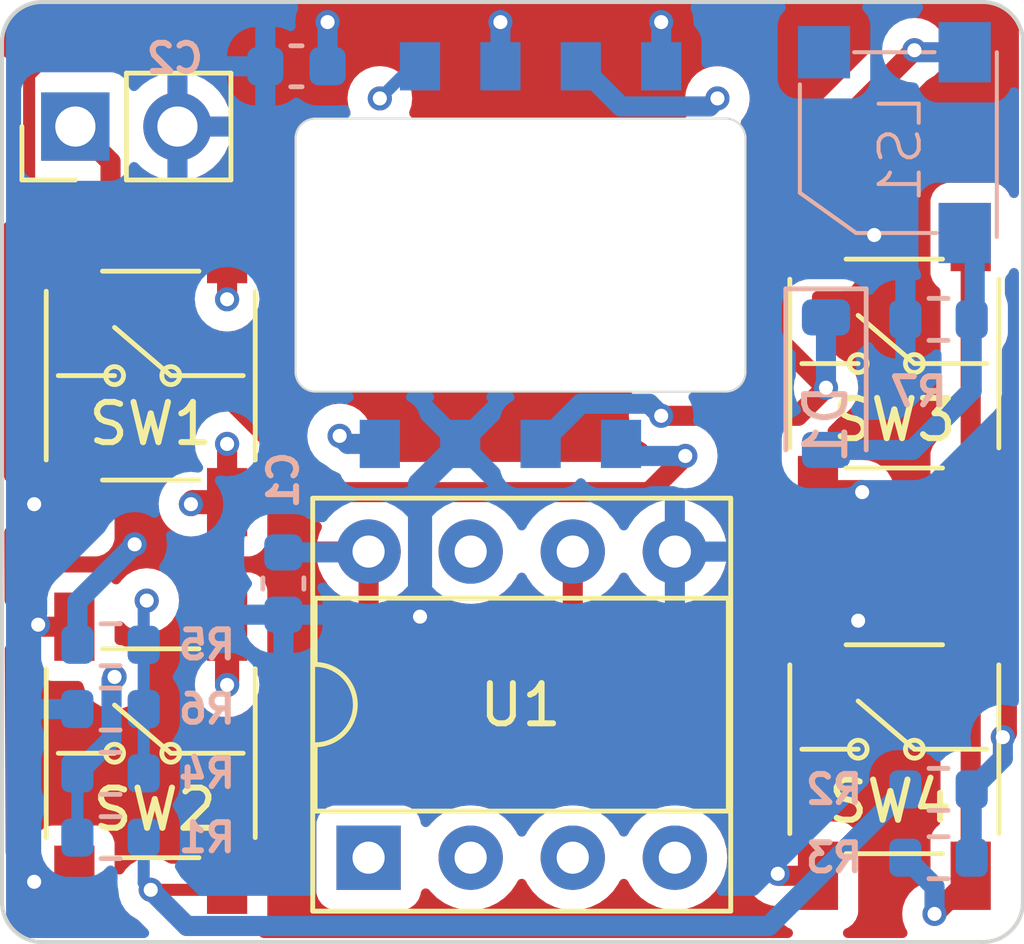
<source format=kicad_pcb>
(kicad_pcb (version 20221018) (generator pcbnew)
  (layers (0 "F.Cu" signal) (1 "In1.Cu" signal) (2 "In2.Cu" signal) (31 "B.Cu" signal) (34 "B.Paste" user) (35 "F.Paste" user) (36 "B.SilkS" user "B.Silkscreen") (37 "F.SilkS" user "F.Silkscreen") (38 "B.Mask" user) (39 "F.Mask" user) (44 "Edge.Cuts" user))
  (net 0 "")
  (net 1 "VCC")
  (net 2 "GND")
  (net 3 "ATTINY_PB1")
  (net 4 "Net-(D1-A)")
  (net 5 "ATTINY_PB0")
  (net 6 "ATTINY_PB3")
  (net 7 "ATTINY_PB2")
  (net 8 "VSYS")
  (net 9 "Net-(R1-Pad1)")
  (net 10 "Net-(R1-Pad2)")
  (net 11 "Net-(R2-Pad2)")
  (net 12 "Net-(R3-Pad2)")
  (footprint "components:TS18_TACTILE_SWITCH" (layer "F.Cu") (at 150.4 93.3 90)
    (fp_text reference "SW3" (at -1.4 0 unlocked) (layer "F.SilkS"))
    (fp_text value "SW_Push" hide)
    (fp_line (start -2.6 -1.2) (end -2.6 1.2) (stroke (width 0.12)) (layer "F.SilkS"))
    (fp_line (start -2.1 -2.6) (end 2.1 -2.6) (stroke (width 0.12)) (layer "F.SilkS"))
    (fp_line (start -2.1 2.6) (end 2.1 2.6) (stroke (width 0.12)) (layer "F.SilkS"))
    (fp_line (start 0 -2.3) (end 0 -0.9) (stroke (width 0.12)) (layer "F.SilkS"))
    (fp_line (start 0 0.5) (end 1.2 -0.9) (stroke (width 0.12)) (layer "F.SilkS"))
    (fp_line (start 0 2.3) (end 0 0.5) (stroke (width 0.12)) (layer "F.SilkS"))
    (fp_line (start 2.6 -1.2) (end 2.6 1.2) (stroke (width 0.12)) (layer "F.SilkS"))
    (fp_circle (center 0 -0.9) (end 0.1 -0.7) (stroke (width 0.12)) (fill none) (layer "F.SilkS"))
    (fp_circle (center 0 0.5) (end 0.1 0.7) (stroke (width 0.12)) (fill none) (layer "F.SilkS"))
    (pad "1" smd rect (at -3.15 -1.9 90) (size 1.7 1) (layers "F.Cu" "F.Paste" "F.Mask") (net 2 "GND"))
    (pad "1" smd rect (at 3.15 -1.9 90) (size 1.7 1) (layers "F.Cu" "F.Paste" "F.Mask") (net 2 "GND"))
    (pad "2" smd rect (at -3.15 1.9 90) (size 1.7 1) (layers "F.Cu" "F.Paste" "F.Mask") (net 11 "Net-(R2-Pad2)"))
    (pad "2" smd rect (at 3.15 1.9 90) (size 1.7 1) (layers "F.Cu" "F.Paste" "F.Mask") (net 11 "Net-(R2-Pad2)"))
  )
  (footprint "Connector_PinHeader_2.54mm:PinHeader_1x02_P2.54mm_Vertical" (layer "F.Cu") (at 130.025 87.4 90)
    (fp_text reference "J2" hide)
    (fp_text value "Conn_01x02" hide)
    (fp_line (start -1.33 -1.33) (end 0 -1.33) (stroke (width 0.12)) (layer "F.SilkS"))
    (fp_line (start -1.33 0) (end -1.33 -1.33) (stroke (width 0.12)) (layer "F.SilkS"))
    (fp_line (start -1.33 1.27) (end -1.33 3.87) (stroke (width 0.12)) (layer "F.SilkS"))
    (fp_line (start -1.33 1.27) (end 1.33 1.27) (stroke (width 0.12)) (layer "F.SilkS"))
    (fp_line (start -1.33 3.87) (end 1.33 3.87) (stroke (width 0.12)) (layer "F.SilkS"))
    (fp_line (start 1.33 1.27) (end 1.33 3.87) (stroke (width 0.12)) (layer "F.SilkS"))
    (pad "1" thru_hole rect (at 0 0 90) (size 1.7 1.7) (drill 1) (layers "*.Cu" "*.Mask") (net 8 "VSYS"))
    (pad "2" thru_hole oval (at 0 2.54 90) (size 1.7 1.7) (drill 1) (layers "*.Cu" "*.Mask") (net 2 "GND"))
  )
  (footprint "Package_DIP:DIP-8_W7.62mm_Socket" (layer "F.Cu") (at 137.32 105.6 90)
    (fp_text reference "U1" (at 3.8 3.78 180) (layer "F.SilkS"))
    (fp_text value "GPD340" hide)
    (fp_line (start -1.33 -1.39) (end -1.33 9.01) (stroke (width 0.12)) (layer "F.SilkS"))
    (fp_line (start -1.33 9.01) (end 8.95 9.01) (stroke (width 0.12)) (layer "F.SilkS"))
    (fp_line (start 1.16 -1.33) (end 1.16 8.95) (stroke (width 0.12)) (layer "F.SilkS"))
    (fp_line (start 1.16 8.95) (end 6.46 8.95) (stroke (width 0.12)) (layer "F.SilkS"))
    (fp_line (start 2.81 -1.33) (end 1.16 -1.33) (stroke (width 0.12)) (layer "F.SilkS"))
    (fp_line (start 6.46 -1.33) (end 4.81 -1.33) (stroke (width 0.12)) (layer "F.SilkS"))
    (fp_line (start 6.46 8.95) (end 6.46 -1.33) (stroke (width 0.12)) (layer "F.SilkS"))
    (fp_line (start 8.95 -1.39) (end -1.33 -1.39) (stroke (width 0.12)) (layer "F.SilkS"))
    (fp_line (start 8.95 9.01) (end 8.95 -1.39) (stroke (width 0.12)) (layer "F.SilkS"))
    (fp_arc (start 4.81 -1.33) (mid 3.81 -0.33) (end 2.81 -1.33) (stroke (width 0.12)) (layer "F.SilkS"))
    (pad "1" thru_hole rect (at 0 0 90) (size 1.6 1.6) (drill 0.8) (layers "*.Cu" "*.Mask") (net 6 "ATTINY_PB3"))
    (pad "2" thru_hole oval (at 0 2.54 90) (size 1.6 1.6) (drill 0.8) (layers "*.Cu" "*.Mask") (net 3 "ATTINY_PB1"))
    (pad "3" thru_hole oval (at 0 5.08 90) (size 1.6 1.6) (drill 0.8) (layers "*.Cu" "*.Mask") (net 7 "ATTINY_PB2"))
    (pad "4" thru_hole oval (at 0 7.62 90) (size 1.6 1.6) (drill 0.8) (layers "*.Cu" "*.Mask") (net 3 "ATTINY_PB1"))
    (pad "5" thru_hole oval (at 7.62 7.62 90) (size 1.6 1.6) (drill 0.8) (layers "*.Cu" "*.Mask") (net 2 "GND"))
    (pad "6" thru_hole oval (at 7.62 5.08 90) (size 1.6 1.6) (drill 0.8) (layers "*.Cu" "*.Mask") (net 1 "VCC"))
    (pad "7" thru_hole oval (at 7.62 2.54 90) (size 1.6 1.6) (drill 0.8) (layers "*.Cu" "*.Mask") (net 5 "ATTINY_PB0"))
    (pad "8" thru_hole oval (at 7.62 0 90) (size 1.6 1.6) (drill 0.8) (layers "*.Cu" "*.Mask") (net 1 "VCC"))
  )
  (footprint "components:TS18_TACTILE_SWITCH" (layer "F.Cu") (at 131.9 93.6 90)
    (fp_text reference "SW1" (at -1.2 0 unlocked) (layer "F.SilkS"))
    (fp_text value "SW_Push" hide)
    (fp_line (start -2.6 -1.2) (end -2.6 1.2) (stroke (width 0.12)) (layer "F.SilkS"))
    (fp_line (start -2.1 -2.6) (end 2.1 -2.6) (stroke (width 0.12)) (layer "F.SilkS"))
    (fp_line (start -2.1 2.6) (end 2.1 2.6) (stroke (width 0.12)) (layer "F.SilkS"))
    (fp_line (start 0 -2.3) (end 0 -0.9) (stroke (width 0.12)) (layer "F.SilkS"))
    (fp_line (start 0 0.5) (end 1.2 -0.9) (stroke (width 0.12)) (layer "F.SilkS"))
    (fp_line (start 0 2.3) (end 0 0.5) (stroke (width 0.12)) (layer "F.SilkS"))
    (fp_line (start 2.6 -1.2) (end 2.6 1.2) (stroke (width 0.12)) (layer "F.SilkS"))
    (fp_circle (center 0 -0.9) (end 0.1 -0.7) (stroke (width 0.12)) (fill none) (layer "F.SilkS"))
    (fp_circle (center 0 0.5) (end 0.1 0.7) (stroke (width 0.12)) (fill none) (layer "F.SilkS"))
    (pad "1" smd rect (at -3.15 -1.9 90) (size 1.7 1) (layers "F.Cu" "F.Paste" "F.Mask") (net 2 "GND"))
    (pad "1" smd rect (at 3.15 -1.9 90) (size 1.7 1) (layers "F.Cu" "F.Paste" "F.Mask") (net 2 "GND"))
    (pad "2" smd rect (at -3.15 1.9 90) (size 1.7 1) (layers "F.Cu" "F.Paste" "F.Mask") (net 9 "Net-(R1-Pad1)"))
    (pad "2" smd rect (at 3.15 1.9 90) (size 1.7 1) (layers "F.Cu" "F.Paste" "F.Mask") (net 9 "Net-(R1-Pad1)"))
  )
  (footprint "components:TS18_TACTILE_SWITCH" (layer "F.Cu") (at 131.9 103 90)
    (fp_text reference "SW2" (at -1.4 0.1 unlocked) (layer "F.SilkS"))
    (fp_text value "SW_Push")
    (fp_line (start -2.6 -1.2) (end -2.6 1.2) (stroke (width 0.12)) (layer "F.SilkS"))
    (fp_line (start -2.1 -2.6) (end 2.1 -2.6) (stroke (width 0.12)) (layer "F.SilkS"))
    (fp_line (start -2.1 2.6) (end 2.1 2.6) (stroke (width 0.12)) (layer "F.SilkS"))
    (fp_line (start 0 -2.3) (end 0 -0.9) (stroke (width 0.12)) (layer "F.SilkS"))
    (fp_line (start 0 0.5) (end 1.2 -0.9) (stroke (width 0.12)) (layer "F.SilkS"))
    (fp_line (start 0 2.3) (end 0 0.5) (stroke (width 0.12)) (layer "F.SilkS"))
    (fp_line (start 2.6 -1.2) (end 2.6 1.2) (stroke (width 0.12)) (layer "F.SilkS"))
    (fp_circle (center 0 -0.9) (end 0.1 -0.7) (stroke (width 0.12)) (fill none) (layer "F.SilkS"))
    (fp_circle (center 0 0.5) (end 0.1 0.7) (stroke (width 0.12)) (fill none) (layer "F.SilkS"))
    (pad "1" smd rect (at -3.15 -1.9 90) (size 1.7 1) (layers "F.Cu" "F.Paste" "F.Mask") (net 2 "GND"))
    (pad "1" smd rect (at 3.15 -1.9 90) (size 1.7 1) (layers "F.Cu" "F.Paste" "F.Mask") (net 2 "GND"))
    (pad "2" smd rect (at -3.15 1.9 90) (size 1.7 1) (layers "F.Cu" "F.Paste" "F.Mask") (net 10 "Net-(R1-Pad2)"))
    (pad "2" smd rect (at 3.15 1.9 90) (size 1.7 1) (layers "F.Cu" "F.Paste" "F.Mask") (net 10 "Net-(R1-Pad2)"))
  )
  (footprint "components:TS18_TACTILE_SWITCH" (layer "F.Cu") (at 150.4 102.9 90)
    (fp_text reference "SW4" (at -1.3 -0.1 unlocked) (layer "F.SilkS"))
    (fp_text value "SW_Push" hide)
    (fp_line (start -2.6 -1.2) (end -2.6 1.2) (stroke (width 0.12)) (layer "F.SilkS"))
    (fp_line (start -2.1 -2.6) (end 2.1 -2.6) (stroke (width 0.12)) (layer "F.SilkS"))
    (fp_line (start -2.1 2.6) (end 2.1 2.6) (stroke (width 0.12)) (layer "F.SilkS"))
    (fp_line (start 0 -2.3) (end 0 -0.9) (stroke (width 0.12)) (layer "F.SilkS"))
    (fp_line (start 0 0.5) (end 1.2 -0.9) (stroke (width 0.12)) (layer "F.SilkS"))
    (fp_line (start 0 2.3) (end 0 0.5) (stroke (width 0.12)) (layer "F.SilkS"))
    (fp_line (start 2.6 -1.2) (end 2.6 1.2) (stroke (width 0.12)) (layer "F.SilkS"))
    (fp_circle (center 0 -0.9) (end 0.1 -0.7) (stroke (width 0.12)) (fill none) (layer "F.SilkS"))
    (fp_circle (center 0 0.5) (end 0.1 0.7) (stroke (width 0.12)) (fill none) (layer "F.SilkS"))
    (pad "1" smd rect (at -3.15 -1.9 90) (size 1.7 1) (layers "F.Cu" "F.Paste" "F.Mask") (net 2 "GND"))
    (pad "1" smd rect (at 3.15 -1.9 90) (size 1.7 1) (layers "F.Cu" "F.Paste" "F.Mask") (net 2 "GND"))
    (pad "2" smd rect (at -3.15 1.9 90) (size 1.7 1) (layers "F.Cu" "F.Paste" "F.Mask") (net 12 "Net-(R3-Pad2)"))
    (pad "2" smd rect (at 3.15 1.9 90) (size 1.7 1) (layers "F.Cu" "F.Paste" "F.Mask") (net 12 "Net-(R3-Pad2)"))
  )
  (footprint "Capacitor_SMD:C_0603_1608Metric" (layer "B.Cu") (at 135.2 98.775 -90)
    (fp_text reference "C1" (at -2.575 0 90) (layer "B.SilkS") (effects (font (size 0.7 0.7)) (justify mirror)))
    (fp_text value "4u7" hide)
    (fp_line (start -0.14058 -0.51) (end 0.14058 -0.51) (stroke (width 0.12)) (layer "B.SilkS"))
    (fp_line (start -0.14058 0.51) (end 0.14058 0.51) (stroke (width 0.12)) (layer "B.SilkS"))
    (pad "1" smd roundrect (at -0.775 0 270) (size 0.9 0.95) (layers "B.Cu" "B.Paste" "B.Mask") (net 1 "VCC"))
    (pad "2" smd roundrect (at 0.775 0 270) (size 0.9 0.95) (layers "B.Cu" "B.Paste" "B.Mask") (net 2 "GND"))
  )
  (footprint "Resistor_SMD:R_0603_1608Metric" (layer "B.Cu") (at 130.9 100.3)
    (fp_text reference "R5" (at 2.4 0) (layer "B.SilkS") (effects (font (size 0.7 0.7)) (justify mirror)))
    (fp_text value "8K2" hide)
    (fp_line (start -0.237258 -0.5225) (end 0.237258 -0.5225) (stroke (width 0.12)) (layer "B.SilkS"))
    (fp_line (start -0.237258 0.5225) (end 0.237258 0.5225) (stroke (width 0.12)) (layer "B.SilkS"))
    (pad "1" smd roundrect (at -0.825 0) (size 0.8 0.95) (layers "B.Cu" "B.Paste" "B.Mask") (net 1 "VCC"))
    (pad "2" smd roundrect (at 0.825 0) (size 0.8 0.95) (layers "B.Cu" "B.Paste" "B.Mask") (net 5 "ATTINY_PB0"))
  )
  (footprint "Diode_SMD:D_SOD-123" (layer "B.Cu") (at 148.7 93.8 -90)
    (fp_text reference "D1" (at 1 0 90) (layer "B.SilkS") (effects (justify mirror)))
    (fp_text value "D")
    (fp_line (start -2.36 -1) (end 1.65 -1) (stroke (width 0.12)) (layer "B.SilkS"))
    (fp_line (start -2.36 1) (end -2.36 -1) (stroke (width 0.12)) (layer "B.SilkS"))
    (fp_line (start -2.36 1) (end 1.65 1) (stroke (width 0.12)) (layer "B.SilkS"))
    (pad "1" smd roundrect (at -1.65 0 270) (size 0.9 1.2) (layers "B.Cu" "B.Paste" "B.Mask") (net 3 "ATTINY_PB1"))
    (pad "2" smd roundrect (at 1.65 0 270) (size 0.9 1.2) (layers "B.Cu" "B.Paste" "B.Mask") (net 4 "Net-(D1-A)"))
  )
  (footprint "Resistor_SMD:R_0603_1608Metric" (layer "B.Cu") (at 151.5 92.2 180)
    (fp_text reference "R7" (at 0.5 -1.8) (layer "B.SilkS") (effects (font (size 0.7 0.7)) (justify mirror)))
    (fp_text value "180R" hide)
    (fp_line (start -0.237258 -0.5225) (end 0.237258 -0.5225) (stroke (width 0.12)) (layer "B.SilkS"))
    (fp_line (start -0.237258 0.5225) (end 0.237258 0.5225) (stroke (width 0.12)) (layer "B.SilkS"))
    (pad "1" smd roundrect (at -0.825 0 180) (size 0.8 0.95) (layers "B.Cu" "B.Paste" "B.Mask") (net 4 "Net-(D1-A)"))
    (pad "2" smd roundrect (at 0.825 0 180) (size 0.8 0.95) (layers "B.Cu" "B.Paste" "B.Mask") (net 2 "GND"))
  )
  (footprint "Capacitor_SMD:C_0603_1608Metric" (layer "B.Cu") (at 135.525 85.9 180)
    (fp_text reference "C2" (at 3.025 0.2) (layer "B.SilkS") (effects (font (size 0.7 0.7)) (justify mirror)))
    (fp_text value "10n" hide)
    (fp_line (start -0.14058 -0.51) (end 0.14058 -0.51) (stroke (width 0.12)) (layer "B.SilkS"))
    (fp_line (start -0.14058 0.51) (end 0.14058 0.51) (stroke (width 0.12)) (layer "B.SilkS"))
    (pad "1" smd roundrect (at -0.775 0 180) (size 0.9 0.95) (layers "B.Cu" "B.Paste" "B.Mask") (net 1 "VCC"))
    (pad "2" smd roundrect (at 0.775 0 180) (size 0.9 0.95) (layers "B.Cu" "B.Paste" "B.Mask") (net 2 "GND"))
  )
  (footprint "components:BUZZER_CMT-0525" (layer "B.Cu") (at 152.15 85.55 -90)
    (fp_text reference "LS1" (at 2.4 1.6 90 unlocked) (layer "B.SilkS") (effects (font (thickness 0.1)) (justify mirror)))
    (fp_text value "Speaker" hide)
    (fp_line (start 0 -0.8) (end 4.6 -0.8) (stroke (width 0.1)) (layer "B.SilkS"))
    (fp_line (start 0 2.75) (end 0 0.75) (stroke (width 0.1)) (layer "B.SilkS"))
    (fp_line (start 3.5 4.1) (end 0.8 4.1) (stroke (width 0.1)) (layer "B.SilkS"))
    (fp_line (start 4.5 0.7) (end 4.5 2.7) (stroke (width 0.1)) (layer "B.SilkS"))
    (fp_line (start 4.5 2.7) (end 3.5 4.1) (stroke (width 0.1)) (layer "B.SilkS"))
    (pad "1" smd rect (at 0 0 270) (size 1.5 1.3) (layers "B.Cu" "B.Paste" "B.Mask") (net 3 "ATTINY_PB1"))
    (pad "2" smd rect (at 4.5 0 270) (size 1.5 1.3) (layers "B.Cu" "B.Paste" "B.Mask") (net 4 "Net-(D1-A)"))
    (pad "3" smd rect (at 0 3.5 270) (size 1.3 1.3) (layers "B.Cu" "B.Paste" "B.Mask"))
  )
  (footprint "Resistor_SMD:R_0603_1608Metric" (layer "B.Cu") (at 151.5 105.6 180)
    (fp_text reference "R3" (at 2.6 0) (layer "B.SilkS") (effects (font (size 0.7 0.7)) (justify mirror)))
    (fp_text value "8K2" hide)
    (fp_line (start -0.237258 -0.5225) (end 0.237258 -0.5225) (stroke (width 0.12)) (layer "B.SilkS"))
    (fp_line (start -0.237258 0.5225) (end 0.237258 0.5225) (stroke (width 0.12)) (layer "B.SilkS"))
    (pad "1" smd roundrect (at -0.825 0 180) (size 0.8 0.95) (layers "B.Cu" "B.Paste" "B.Mask") (net 11 "Net-(R2-Pad2)"))
    (pad "2" smd roundrect (at 0.825 0 180) (size 0.8 0.95) (layers "B.Cu" "B.Paste" "B.Mask") (net 12 "Net-(R3-Pad2)"))
  )
  (footprint "Resistor_SMD:R_0603_1608Metric" (layer "B.Cu") (at 130.9 105.1)
    (fp_text reference "R1" (at 2.4 0) (layer "B.SilkS") (effects (font (size 0.7 0.7)) (justify mirror)))
    (fp_text value "2K2" hide)
    (fp_line (start -0.237258 -0.5225) (end 0.237258 -0.5225) (stroke (width 0.12)) (layer "B.SilkS"))
    (fp_line (start -0.237258 0.5225) (end 0.237258 0.5225) (stroke (width 0.12)) (layer "B.SilkS"))
    (pad "1" smd roundrect (at -0.825 0) (size 0.8 0.95) (layers "B.Cu" "B.Paste" "B.Mask") (net 9 "Net-(R1-Pad1)"))
    (pad "2" smd roundrect (at 0.825 0) (size 0.8 0.95) (layers "B.Cu" "B.Paste" "B.Mask") (net 10 "Net-(R1-Pad2)"))
  )
  (footprint "Resistor_SMD:R_0603_1608Metric" (layer "B.Cu") (at 130.9 101.9 180)
    (fp_text reference "R6" (at -2.4 0) (layer "B.SilkS") (effects (font (size 0.7 0.7)) (justify mirror)))
    (fp_text value "4K7" hide)
    (fp_line (start -0.237258 -0.5225) (end 0.237258 -0.5225) (stroke (width 0.12)) (layer "B.SilkS"))
    (fp_line (start -0.237258 0.5225) (end 0.237258 0.5225) (stroke (width 0.12)) (layer "B.SilkS"))
    (pad "1" smd roundrect (at -0.825 0 180) (size 0.8 0.95) (layers "B.Cu" "B.Paste" "B.Mask") (net 5 "ATTINY_PB0"))
    (pad "2" smd roundrect (at 0.825 0 180) (size 0.8 0.95) (layers "B.Cu" "B.Paste" "B.Mask") (net 2 "GND"))
  )
  (footprint "Resistor_SMD:R_0603_1608Metric" (layer "B.Cu") (at 130.9 103.5 180)
    (fp_text reference "R4" (at -2.4 0) (layer "B.SilkS") (effects (font (size 0.7 0.7)) (justify mirror)))
    (fp_text value "2K2" hide)
    (fp_line (start -0.237258 -0.5225) (end 0.237258 -0.5225) (stroke (width 0.12)) (layer "B.SilkS"))
    (fp_line (start -0.237258 0.5225) (end 0.237258 0.5225) (stroke (width 0.12)) (layer "B.SilkS"))
    (pad "1" smd roundrect (at -0.825 0 180) (size 0.8 0.95) (layers "B.Cu" "B.Paste" "B.Mask") (net 5 "ATTINY_PB0"))
    (pad "2" smd roundrect (at 0.825 0 180) (size 0.8 0.95) (layers "B.Cu" "B.Paste" "B.Mask") (net 9 "Net-(R1-Pad1)"))
  )
  (footprint "components:card_edge_2x4" (layer "B.Cu") (at 137.6 95.3)
    (fp_text reference "J1" hide)
    (fp_text value "Conn_02x04_Odd_Even" hide)
    (fp_line (start -2.1 -7.6) (end -2.1 -1.8) (stroke (width 0.05)) (layer "Edge.Cuts"))
    (fp_line (start -1.6 -1.3) (end 8.6 -1.3) (stroke (width 0.05)) (layer "Edge.Cuts"))
    (fp_line (start 8.6 -8.1) (end -1.6 -8.1) (stroke (width 0.05)) (layer "Edge.Cuts"))
    (fp_line (start 9.1 -1.8) (end 9.1 -7.6) (stroke (width 0.05)) (layer "Edge.Cuts"))
    (fp_arc (start -2.1 -7.6) (mid -1.953553 -7.953553) (end -1.6 -8.1) (stroke (width 0.05)) (layer "Edge.Cuts"))
    (fp_arc (start -1.6 -1.3) (mid -1.953553 -1.446447) (end -2.1 -1.8) (stroke (width 0.05)) (layer "Edge.Cuts"))
    (fp_arc (start 8.6 -8.1) (mid 8.953553 -7.953553) (end 9.1 -7.6) (stroke (width 0.05)) (layer "Edge.Cuts"))
    (fp_arc (start 9.1 -1.8) (mid 8.953553 -1.446447) (end 8.6 -1.3) (stroke (width 0.05)) (layer "Edge.Cuts"))
    (pad "1" smd rect (at 0 0) (size 1 1.2) (layers "B.Cu" "B.Paste" "B.Mask") (net 5 "ATTINY_PB0"))
    (pad "2" smd rect (at 1 -9.4) (size 1 1.2) (layers "B.Cu" "B.Paste" "B.Mask") (net 6 "ATTINY_PB3"))
    (pad "3" smd rect (at 2 0) (size 1 1.2) (layers "B.Cu" "B.Paste" "B.Mask") (net 2 "GND"))
    (pad "4" smd rect (at 3 -9.4) (size 1 1.2) (layers "B.Cu" "B.Paste" "B.Mask") (net 1 "VCC"))
    (pad "5" smd rect (at 4 0) (size 1 1.2) (layers "B.Cu" "B.Paste" "B.Mask") (net 3 "ATTINY_PB1"))
    (pad "6" smd rect (at 5 -9.4) (size 1 1.2) (layers "B.Cu" "B.Paste" "B.Mask") (net 7 "ATTINY_PB2"))
    (pad "7" smd rect (at 6 0) (size 1 1.2) (layers "B.Cu" "B.Paste" "B.Mask") (net 8 "VSYS"))
    (pad "8" smd rect (at 7 -9.4) (size 1 1.2) (layers "B.Cu" "B.Paste" "B.Mask") (net 1 "VCC"))
  )
  (footprint "Resistor_SMD:R_0603_1608Metric" (layer "B.Cu") (at 151.5 103.9)
    (fp_text reference "R2" (at -2.6 0) (layer "B.SilkS") (effects (font (size 0.7 0.7)) (justify mirror)))
    (fp_text value "2K2" hide)
    (fp_line (start -0.237258 -0.5225) (end 0.237258 -0.5225) (stroke (width 0.12)) (layer "B.SilkS"))
    (fp_line (start -0.237258 0.5225) (end 0.237258 0.5225) (stroke (width 0.12)) (layer "B.SilkS"))
    (pad "1" smd roundrect (at -0.825 0) (size 0.8 0.95) (layers "B.Cu" "B.Paste" "B.Mask") (net 10 "Net-(R1-Pad2)"))
    (pad "2" smd roundrect (at 0.825 0) (size 0.8 0.95) (layers "B.Cu" "B.Paste" "B.Mask") (net 11 "Net-(R2-Pad2)"))
  )
  (gr_arc (start 129.2 107.7) (mid 128.492893 107.407107) (end 128.2 106.7) (stroke (width 0.1)) (layer "Edge.Cuts"))
  (gr_line (start 128.2 106.7) (end 128.2 85.3) (stroke (width 0.1)) (layer "Edge.Cuts"))
  (gr_arc (start 152.6 84.3) (mid 153.307107 84.592893) (end 153.6 85.3) (stroke (width 0.1)) (layer "Edge.Cuts"))
  (gr_arc (start 128.2 85.3) (mid 128.492893 84.592893) (end 129.2 84.3) (stroke (width 0.1)) (layer "Edge.Cuts"))
  (gr_line (start 153.6 85.3) (end 153.6 106.7) (stroke (width 0.1)) (layer "Edge.Cuts"))
  (gr_line (start 129.2 84.3) (end 152.6 84.3) (stroke (width 0.1)) (layer "Edge.Cuts"))
  (gr_arc (start 153.6 106.7) (mid 153.307107 107.407107) (end 152.6 107.7) (stroke (width 0.1)) (layer "Edge.Cuts"))
  (gr_line (start 152.6 107.7) (end 129.2 107.7) (stroke (width 0.1)) (layer "Edge.Cuts"))
  (via (at 144.6 84.8) (size 0.6) (drill 0.35) (layers "F.Cu" "B.Cu") (net 1))
  (via (at 131.5 97.8) (size 0.6) (drill 0.35) (layers "F.Cu" "B.Cu") (net 1))
  (via (at 136.3 84.8) (size 0.6) (drill 0.35) (layers "F.Cu" "B.Cu") (net 1))
  (via (at 140.6 84.8) (size 0.6) (drill 0.35) (layers "F.Cu" "B.Cu") (net 1))
  (segment (start 144.6 85.9) (end 144.6 84.8) (width 0.5) (layer "B.Cu") (net 1))
  (segment (start 137.3 98) (end 137.32 97.98) (width 0.5) (layer "B.Cu") (net 1))
  (segment (start 136.3 85.9) (end 136.3 84.8) (width 0.5) (layer "B.Cu") (net 1))
  (segment (start 135.2 98) (end 137.3 98) (width 0.5) (layer "B.Cu") (net 1))
  (segment (start 130.075 99.225) (end 131.5 97.8) (width 0.5) (layer "B.Cu") (net 1))
  (segment (start 140.6 85.9) (end 140.6 84.8) (width 0.5) (layer "B.Cu") (net 1))
  (segment (start 130.075 100.3) (end 130.075 99.225) (width 0.5) (layer "B.Cu") (net 1))
  (segment (start 130 106.15) (end 129.05 106.15) (width 0.3) (layer "F.Cu") (net 2))
  (segment (start 129.15 99.85) (end 129.1 99.8) (width 0.5) (layer "F.Cu") (net 2))
  (segment (start 130 90.45) (end 128.875 89.325) (width 0.3) (layer "F.Cu") (net 2))
  (segment (start 128.875 89.325) (end 128.875 86.125) (width 0.3) (layer "F.Cu") (net 2))
  (segment (start 147.55 106.05) (end 147.5 106) (width 0.5) (layer "F.Cu") (net 2))
  (segment (start 130 96.75) (end 129.05 96.75) (width 0.5) (layer "F.Cu") (net 2))
  (segment (start 149.85 90.15) (end 149.9 90.1) (width 0.5) (layer "F.Cu") (net 2))
  (segment (start 148.5 96.45) (end 149.55 96.45) (width 0.5) (layer "F.Cu") (net 2))
  (segment (start 128.875 86.125) (end 129.7 85.3) (width 0.3) (layer "F.Cu") (net 2))
  (segment (start 129.7 85.3) (end 131.8 85.3) (width 0.3) (layer "F.Cu") (net 2))
  (segment (start 148.5 99.75) (end 149.45 99.75) (width 0.5) (layer "F.Cu") (net 2))
  (segment (start 129.05 106.15) (end 129 106.2) (width 0.3) (layer "F.Cu") (net 2))
  (segment (start 149.55 96.45) (end 149.6 96.5) (width 0.5) (layer "F.Cu") (net 2))
  (segment (start 129.05 96.75) (end 129 96.8) (width 0.5) (layer "F.Cu") (net 2))
  (segment (start 130 99.85) (end 129.15 99.85) (width 0.5) (layer "F.Cu") (net 2))
  (segment (start 132.565 86.065) (end 132.565 87.4) (width 0.3) (layer "F.Cu") (net 2))
  (segment (start 148.5 106.05) (end 147.55 106.05) (width 0.5) (layer "F.Cu") (net 2))
  (segment (start 149.45 99.75) (end 149.5 99.7) (width 0.5) (layer "F.Cu") (net 2))
  (segment (start 131.8 85.3) (end 132.565 86.065) (width 0.3) (layer "F.Cu") (net 2))
  (segment (start 148.5 90.15) (end 149.85 90.15) (width 0.5) (layer "F.Cu") (net 2))
  (via (at 129 96.8) (size 0.6) (drill 0.35) (layers "F.Cu" "B.Cu") (net 2))
  (via (at 129 106.2) (size 0.6) (drill 0.35) (layers "F.Cu" "B.Cu") (net 2))
  (via (at 149.6 96.5) (size 0.6) (drill 0.35) (layers "F.Cu" "B.Cu") (net 2))
  (via (at 149.5 99.7) (size 0.6) (drill 0.35) (layers "F.Cu" "B.Cu") (net 2))
  (via (at 147.5 106) (size 0.6) (drill 0.35) (layers "F.Cu" "B.Cu") (net 2))
  (via (at 129.1 99.8) (size 0.6) (drill 0.35) (layers "F.Cu" "B.Cu") (net 2))
  (via (at 149.9 90.1) (size 0.6) (drill 0.35) (layers "F.Cu" "B.Cu") (net 2))
  (via (at 138.6 99.6) (size 0.6) (drill 0.35) (layers "F.Cu" "B.Cu") (net 2))
  (segment (start 139.6 95.3) (end 138.6 96.3) (width 0.6) (layer "B.Cu") (net 2))
  (segment (start 138.6 96.3) (end 138.6 99.6) (width 0.6) (layer "B.Cu") (net 2))
  (segment (start 150.9 85.5) (end 147.6 88.8) (width 0.5) (layer "F.Cu") (net 3))
  (segment (start 144.6 94.6) (end 148 94.6) (width 0.5) (layer "F.Cu") (net 3))
  (segment (start 147.6 88.8) (end 147.6 92.8) (width 0.5) (layer "F.Cu") (net 3))
  (segment (start 148 94.6) (end 148.7 93.9) (width 0.5) (layer "F.Cu") (net 3))
  (segment (start 147.6 92.8) (end 148.7 93.9) (width 0.5) (layer "F.Cu") (net 3))
  (via (at 150.9 85.5) (size 0.6) (drill 0.35) (layers "F.Cu" "B.Cu") (net 3))
  (via (at 144.6 94.6) (size 0.6) (drill 0.35) (layers "F.Cu" "B.Cu") (net 3))
  (via (at 148.7 93.9) (size 0.6) (drill 0.35) (layers "F.Cu" "B.Cu") (net 3))
  (segment (start 152.15 85.55) (end 150.95 85.55) (width 0.5) (layer "B.Cu") (net 3))
  (segment (start 148.7 93.9) (end 148.7 92.15) (width 0.5) (layer "B.Cu") (net 3))
  (segment (start 144.3 94.3) (end 144.6 94.6) (width 0.5) (layer "B.Cu") (net 3))
  (segment (start 150.95 85.55) (end 150.9 85.5) (width 0.5) (layer "B.Cu") (net 3))
  (segment (start 142.6 94.3) (end 144.3 94.3) (width 0.5) (layer "B.Cu") (net 3))
  (segment (start 141.6 95.3) (end 142.6 94.3) (width 0.5) (layer "B.Cu") (net 3))
  (segment (start 152.15 90.05) (end 152.4 90.3) (width 0.5) (layer "B.Cu") (net 4))
  (segment (start 148.7 95.45) (end 150.85 95.45) (width 0.5) (layer "B.Cu") (net 4))
  (segment (start 150.85 95.45) (end 152.325 93.975) (width 0.5) (layer "B.Cu") (net 4))
  (segment (start 152.325 93.975) (end 152.325 92.2) (width 0.5) (layer "B.Cu") (net 4))
  (segment (start 152.4 90.3) (end 152.4 92.125) (width 0.5) (layer "B.Cu") (net 4))
  (segment (start 152.4 92.125) (end 152.325 92.2) (width 0.5) (layer "B.Cu") (net 4))
  (via (at 136.6 95.1) (size 0.6) (drill 0.35) (layers "F.Cu" "B.Cu") (net 5))
  (via (at 131.8 99.2) (size 0.6) (drill 0.35) (layers "F.Cu" "B.Cu") (net 5))
  (segment (start 131.725 99.275) (end 131.8 99.2) (width 0.3) (layer "B.Cu") (net 5))
  (segment (start 131.725 100.3) (end 131.725 99.275) (width 0.3) (layer "B.Cu") (net 5))
  (segment (start 137.6 95.3) (end 136.8 95.3) (width 0.5) (layer "B.Cu") (net 5))
  (segment (start 131.725 101.9) (end 131.725 100.3) (width 0.3) (layer "B.Cu") (net 5))
  (segment (start 131.725 103.5) (end 131.725 101.9) (width 0.3) (layer "B.Cu") (net 5))
  (segment (start 136.8 95.3) (end 136.6 95.1) (width 0.5) (layer "B.Cu") (net 5))
  (via (at 137.6 86.7) (size 0.6) (drill 0.35) (layers "F.Cu" "B.Cu") (net 6))
  (segment (start 138.6 85.9) (end 138.4 85.9) (width 0.3) (layer "B.Cu") (net 6))
  (segment (start 138.4 85.9) (end 137.6 86.7) (width 0.3) (layer "B.Cu") (net 6))
  (via (at 146 86.7) (size 0.6) (drill 0.35) (layers "F.Cu" "B.Cu") (net 7))
  (segment (start 143.6 86.9) (end 145.8 86.9) (width 0.5) (layer "B.Cu") (net 7))
  (segment (start 145.8 86.9) (end 146 86.7) (width 0.5) (layer "B.Cu") (net 7))
  (segment (start 142.6 85.9) (end 143.6 86.9) (width 0.5) (layer "B.Cu") (net 7))
  (segment (start 144.3 96.5) (end 145.2 95.6) (width 0.5) (layer "F.Cu") (net 8))
  (segment (start 130.9 88.275) (end 130.9 91.2) (width 0.5) (layer "F.Cu") (net 8))
  (segment (start 136.2 96.5) (end 144.3 96.5) (width 0.5) (layer "F.Cu") (net 8))
  (segment (start 130.025 87.4) (end 130.9 88.275) (width 0.5) (layer "F.Cu") (net 8))
  (segment (start 130.9 91.2) (end 136.2 96.5) (width 0.5) (layer "F.Cu") (net 8))
  (via (at 145.2 95.6) (size 0.6) (drill 0.35) (layers "F.Cu" "B.Cu") (net 8))
  (segment (start 145.2 95.6) (end 143.9 95.6) (width 0.5) (layer "B.Cu") (net 8))
  (segment (start 143.9 95.6) (end 143.6 95.3) (width 0.5) (layer "B.Cu") (net 8))
  (segment (start 133.8 96.75) (end 132.95 96.75) (width 0.6) (layer "F.Cu") (net 9))
  (segment (start 132.95 96.75) (end 132.9 96.8) (width 0.6) (layer "F.Cu") (net 9))
  (segment (start 133.8 90.45) (end 133.8 91.7) (width 0.5) (layer "F.Cu") (net 9))
  (segment (start 133.8 95.3) (end 133.8 96.75) (width 0.5) (layer "F.Cu") (net 9))
  (via (at 133.8 91.7) (size 0.6) (drill 0.35) (layers "F.Cu" "B.Cu") (net 9))
  (via (at 131 101.1) (size 0.6) (drill 0.35) (layers "F.Cu" "B.Cu") (net 9))
  (via (at 132.9 96.8) (size 0.6) (drill 0.35) (layers "F.Cu" "B.Cu") (net 9))
  (via (at 133.8 95.3) (size 0.6) (drill 0.35) (layers "F.Cu" "B.Cu") (net 9))
  (segment (start 130.925 102.65) (end 130.075 103.5) (width 0.5) (layer "B.Cu") (net 9))
  (segment (start 130.925 101.175) (end 130.925 102.65) (width 0.5) (layer "B.Cu") (net 9))
  (segment (start 131 101.1) (end 130.925 101.175) (width 0.5) (layer "B.Cu") (net 9))
  (segment (start 130.075 103.5) (end 130.075 105.1) (width 0.3) (layer "B.Cu") (net 9))
  (segment (start 133.8 99.85) (end 133.8 101.3) (width 0.6) (layer "F.Cu") (net 10))
  (segment (start 131.9 106.4) (end 133.55 106.4) (width 0.3) (layer "F.Cu") (net 10))
  (segment (start 133.55 106.4) (end 133.8 106.15) (width 0.3) (layer "F.Cu") (net 10))
  (via (at 133.8 101.3) (size 0.6) (drill 0.35) (layers "F.Cu" "B.Cu") (net 10))
  (via (at 131.9 106.4) (size 0.6) (drill 0.35) (layers "F.Cu" "B.Cu") (net 10))
  (segment (start 147.275 107.3) (end 132.8 107.3) (width 0.5) (layer "B.Cu") (net 10))
  (segment (start 150.675 103.9) (end 147.275 107.3) (width 0.5) (layer "B.Cu") (net 10))
  (segment (start 131.725 106.225) (end 131.9 106.4) (width 0.3) (layer "B.Cu") (net 10))
  (segment (start 131.725 105.1) (end 131.725 106.225) (width 0.3) (layer "B.Cu") (net 10))
  (segment (start 132.8 107.3) (end 131.9 106.4) (width 0.5) (layer "B.Cu") (net 10))
  (segment (start 152.3 90.15) (end 152.3 96.45) (width 0.5) (layer "F.Cu") (net 11))
  (segment (start 153.2 102.5) (end 153.1 102.6) (width 0.5) (layer "F.Cu") (net 11))
  (segment (start 153.2 97.35) (end 153.2 102.5) (width 0.5) (layer "F.Cu") (net 11))
  (segment (start 152.3 96.45) (end 153.2 97.35) (width 0.5) (layer "F.Cu") (net 11))
  (via (at 153.1 102.6) (size 0.6) (drill 0.35) (layers "F.Cu" "B.Cu") (net 11))
  (segment (start 153.1 103.125) (end 152.325 103.9) (width 0.5) (layer "B.Cu") (net 11))
  (segment (start 153.1 102.6) (end 153.1 103.125) (width 0.5) (layer "B.Cu") (net 11))
  (segment (start 152.325 103.9) (end 152.325 105.6) (width 0.5) (layer "B.Cu") (net 11))
  (segment (start 152.3 106.1) (end 151.4 107) (width 0.5) (layer "F.Cu") (net 12))
  (segment (start 152.3 99.75) (end 152.3 106.05) (width 0.5) (layer "F.Cu") (net 12))
  (segment (start 152.3 106.05) (end 152.3 106.1) (width 0.5) (layer "F.Cu") (net 12))
  (via (at 151.4 107) (size 0.6) (drill 0.35) (layers "F.Cu" "B.Cu") (net 12))
  (segment (start 151.4 106.325) (end 150.675 105.6) (width 0.5) (layer "B.Cu") (net 12))
  (segment (start 151.4 107) (end 151.4 106.325) (width 0.5) (layer "B.Cu") (net 12))
  (zone (net 1) (net_name "VCC") (layer "F.Cu") (priority 1) (connect_pads (clearance 0.5)) (min_thickness 0.25) (fill yes (thermal_gap 0.5) (thermal_bridge_width 0.5))
    (polygon (pts (xy 128.2 84.3) (xy 128.3 107.6) (xy 153.5 107.6) (xy 153.5 84.3)))
  )
  (zone (net 2) (net_name "GND") (layer "B.Cu") (connect_pads (clearance 0.5)) (min_thickness 0.25) (fill yes (thermal_gap 0.5) (thermal_bridge_width 0.5))
    (polygon (pts (xy 128.3 84.3) (xy 128.3 107.6) (xy 153.5 107.6) (xy 153.5 84.3)))
  )
)
</source>
